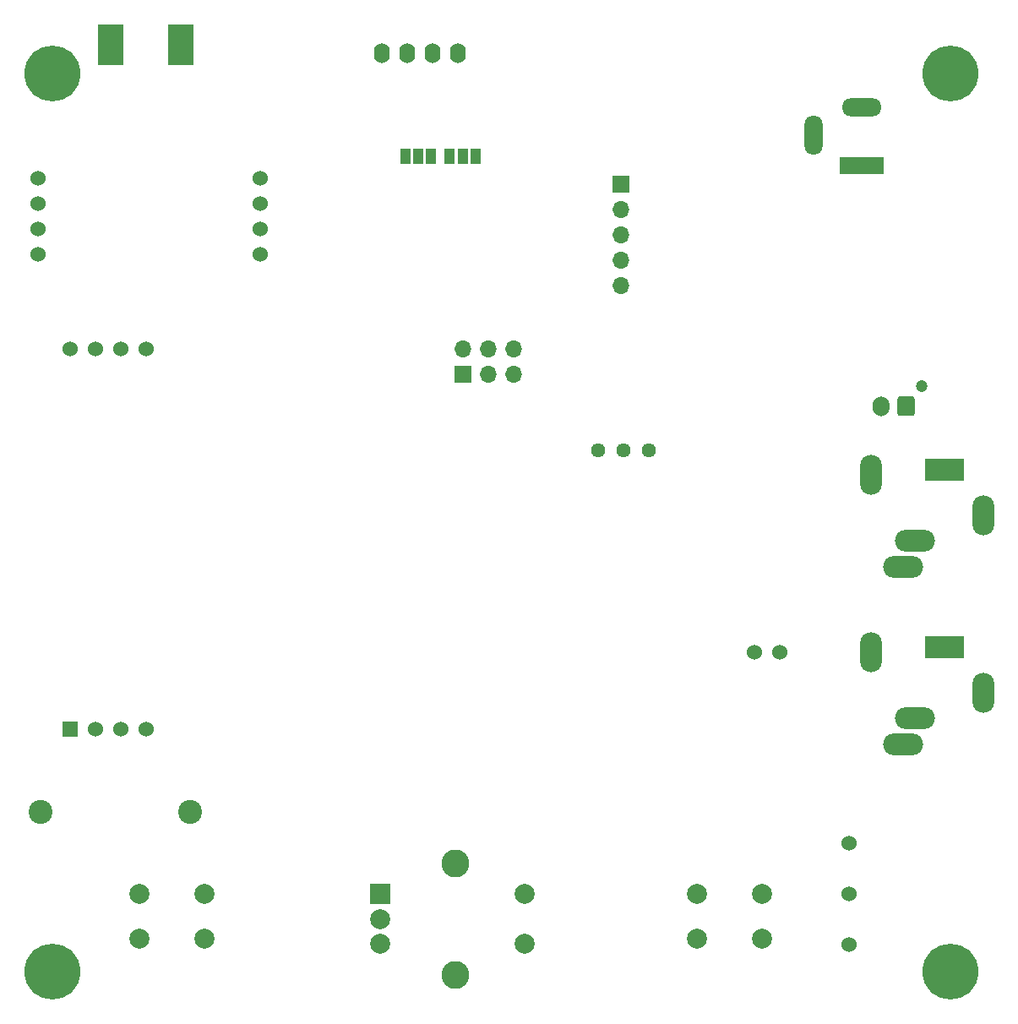
<source format=gbr>
%TF.GenerationSoftware,KiCad,Pcbnew,5.1.10*%
%TF.CreationDate,2021-06-16T16:49:43+02:00*%
%TF.ProjectId,uSDX,75534458-2e6b-4696-9361-645f70636258,rev?*%
%TF.SameCoordinates,Original*%
%TF.FileFunction,Soldermask,Bot*%
%TF.FilePolarity,Negative*%
%FSLAX46Y46*%
G04 Gerber Fmt 4.6, Leading zero omitted, Abs format (unit mm)*
G04 Created by KiCad (PCBNEW 5.1.10) date 2021-06-16 16:49:43*
%MOMM*%
%LPD*%
G01*
G04 APERTURE LIST*
%ADD10C,1.524000*%
%ADD11C,2.400000*%
%ADD12R,1.524000X1.524000*%
%ADD13C,5.600000*%
%ADD14O,2.200000X4.000000*%
%ADD15O,4.000000X2.200000*%
%ADD16R,4.000000X2.200000*%
%ADD17C,1.440000*%
%ADD18O,1.600000X2.000000*%
%ADD19O,1.800000X4.000000*%
%ADD20O,4.000000X1.800000*%
%ADD21R,4.400000X1.800000*%
%ADD22R,1.700000X1.700000*%
%ADD23O,1.700000X1.700000*%
%ADD24R,2.665000X4.190000*%
%ADD25R,1.000000X1.500000*%
%ADD26O,1.700000X2.000000*%
%ADD27C,1.200000*%
%ADD28C,2.000000*%
%ADD29C,2.800000*%
%ADD30R,2.000000X2.000000*%
G04 APERTURE END LIST*
D10*
%TO.C,SW2*%
X149860000Y22860000D03*
X149860000Y17780000D03*
X149860000Y12700000D03*
%TD*%
D11*
%TO.C,L4*%
X83820000Y26035000D03*
X68820000Y26035000D03*
%TD*%
D10*
%TO.C,U7*%
X74295000Y72390000D03*
X76835000Y72390000D03*
X79375000Y72390000D03*
X71755000Y72390000D03*
X79375000Y34290000D03*
X76835000Y34290000D03*
X74295000Y34290000D03*
D12*
X71755000Y34290000D03*
%TD*%
D13*
%TO.C,REF\u002A\u002A*%
X70000000Y100000000D03*
%TD*%
%TO.C,REF\u002A\u002A*%
X70000000Y10000000D03*
%TD*%
%TO.C,REF\u002A\u002A*%
X160000000Y10000000D03*
%TD*%
%TO.C,REF\u002A\u002A*%
X160000000Y100000000D03*
%TD*%
D14*
%TO.C,J6*%
X163285000Y55725000D03*
D15*
X155285000Y50525000D03*
X156485000Y53225000D03*
D14*
X152085000Y59825000D03*
D16*
X159385000Y60325000D03*
%TD*%
D14*
%TO.C,J5*%
X163285000Y37945000D03*
D15*
X155285000Y32745000D03*
X156485000Y35445000D03*
D14*
X152085000Y42045000D03*
D16*
X159385000Y42545000D03*
%TD*%
D17*
%TO.C,RV1*%
X124714000Y62230000D03*
X127254000Y62230000D03*
X129794000Y62230000D03*
%TD*%
D18*
%TO.C,Brd1*%
X110680000Y102040000D03*
X108140000Y102040000D03*
X103060000Y102040000D03*
X105600000Y102040000D03*
%TD*%
D19*
%TO.C,J1*%
X146330000Y93805000D03*
D20*
X151130000Y96605000D03*
D21*
X151130000Y90805000D03*
%TD*%
D22*
%TO.C,J2*%
X127000000Y88900000D03*
D23*
X127000000Y86360000D03*
X127000000Y83820000D03*
X127000000Y81280000D03*
X127000000Y78740000D03*
%TD*%
D22*
%TO.C,J3*%
X111125000Y69850000D03*
D23*
X111125000Y72390000D03*
X113665000Y69850000D03*
X113665000Y72390000D03*
X116205000Y69850000D03*
X116205000Y72390000D03*
%TD*%
D24*
%TO.C,J4*%
X82867500Y102870000D03*
X75882500Y102870000D03*
%TD*%
D25*
%TO.C,JP1*%
X107980000Y91694000D03*
X105380000Y91694000D03*
X106680000Y91694000D03*
%TD*%
%TO.C,JP2*%
X111125000Y91694000D03*
X109825000Y91694000D03*
X112425000Y91694000D03*
%TD*%
%TO.C,LS1*%
G36*
G01*
X156425000Y67425000D02*
X156425000Y65925000D01*
G75*
G02*
X156175000Y65675000I-250000J0D01*
G01*
X154975000Y65675000D01*
G75*
G02*
X154725000Y65925000I0J250000D01*
G01*
X154725000Y67425000D01*
G75*
G02*
X154975000Y67675000I250000J0D01*
G01*
X156175000Y67675000D01*
G75*
G02*
X156425000Y67425000I0J-250000D01*
G01*
G37*
D26*
X153075000Y66675000D03*
D27*
X157175000Y68675000D03*
%TD*%
D10*
%TO.C,MK1*%
X140335000Y42037000D03*
X142875000Y42037000D03*
%TD*%
D28*
%TO.C,SW1*%
X117370000Y12780000D03*
X117370000Y17780000D03*
D29*
X110370000Y9680000D03*
X110370000Y20880000D03*
D28*
X102870000Y12780000D03*
X102870000Y15280000D03*
D30*
X102870000Y17780000D03*
%TD*%
D28*
%TO.C,SW3*%
X85240000Y17780000D03*
X85240000Y13280000D03*
X78740000Y17780000D03*
X78740000Y13280000D03*
%TD*%
%TO.C,SW4*%
X134620000Y13280000D03*
X134620000Y17780000D03*
X141120000Y13280000D03*
X141120000Y17780000D03*
%TD*%
D10*
%TO.C,T1*%
X90805000Y81915000D03*
X90805000Y84455000D03*
X90805000Y86995000D03*
X90805000Y89535000D03*
X68580000Y84455000D03*
X68580000Y89535000D03*
X68580000Y86995000D03*
X68580000Y81915000D03*
%TD*%
M02*

</source>
